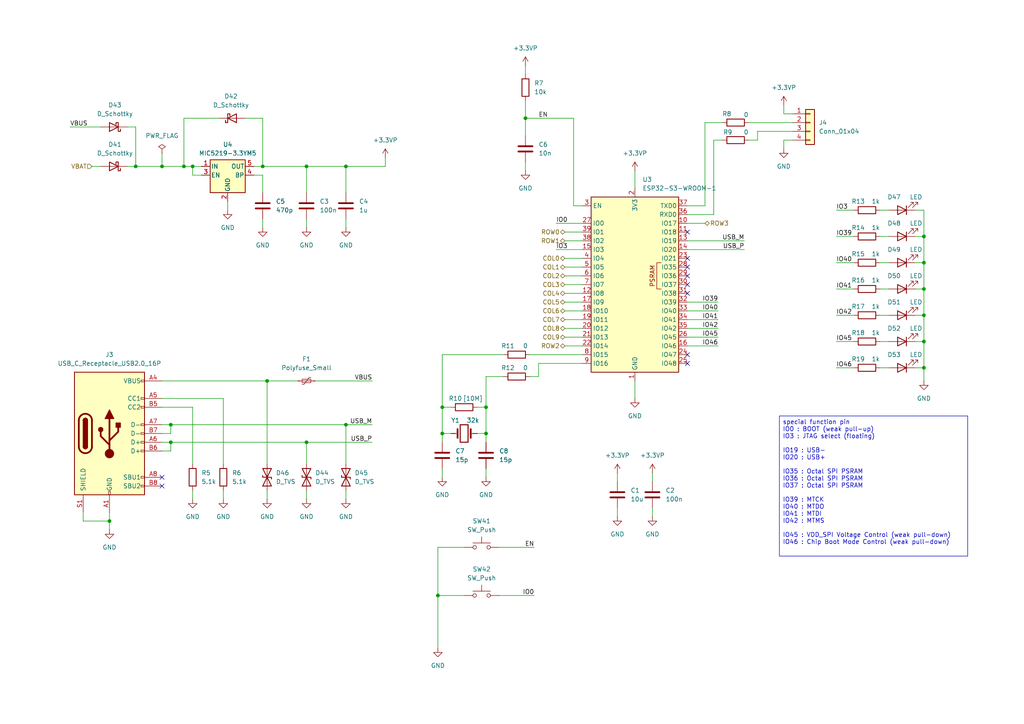
<source format=kicad_sch>
(kicad_sch (version 20250114) (generator "eeschema") (generator_version "9.0")
  (paper "A4")
  (lib_symbols
    (symbol "Connector:USB_C_Receptacle_USB2.0_16P" (pin_names (offset 1.016))
      (property "Reference" "J" (at 0 22.225 0))
      (property "Value" "USB_C_Receptacle_USB2.0_16P" (at 0 19.685 0))
      (symbol "USB_C_Receptacle_USB2.0_16P_0_0"
        (rectangle (start -0.254 -17.78) (end 0.254 -16.764))
        (rectangle (start 10.16 15.494) (end 9.144 14.986))
        (rectangle (start 10.16 10.414) (end 9.144 9.906))
        (rectangle (start 10.16 7.874) (end 9.144 7.366))
        (rectangle (start 10.16 2.794) (end 9.144 2.286))
        (rectangle (start 10.16 0.254) (end 9.144 -0.254))
        (rectangle (start 10.16 -2.286) (end 9.144 -2.794))
        (rectangle (start 10.16 -4.826) (end 9.144 -5.334))
        (rectangle (start 10.16 -12.446) (end 9.144 -12.954))
        (rectangle (start 10.16 -14.986) (end 9.144 -15.494))
      )
      (symbol "USB_C_Receptacle_USB2.0_16P_0_1"
        (rectangle (start -10.16 17.78) (end 10.16 -17.78) (stroke (width 0.254)) (fill (type background)))
        (polyline (pts (xy -8.89 -3.81) (xy -8.89 3.81)) (stroke (width 0.508)))
        (rectangle (start -7.62 -3.81) (end -6.35 3.81) (stroke (width 0.254)) (fill (type outline)))
        (arc (start -7.62 3.81) (mid -6.985 4.4423) (end -6.35 3.81) (stroke (width 0.254)))
        (arc (start -7.62 3.81) (mid -6.985 4.4423) (end -6.35 3.81) (stroke (width 0.254)) (fill (type outline)))
        (arc (start -8.89 3.81) (mid -6.985 5.7067) (end -5.08 3.81) (stroke (width 0.508)))
        (arc (start -5.08 -3.81) (mid -6.985 -5.7067) (end -8.89 -3.81) (stroke (width 0.508)))
        (arc (start -6.35 -3.81) (mid -6.985 -4.4423) (end -7.62 -3.81) (stroke (width 0.254)))
        (arc (start -6.35 -3.81) (mid -6.985 -4.4423) (end -7.62 -3.81) (stroke (width 0.254)) (fill (type outline)))
        (polyline (pts (xy -5.08 3.81) (xy -5.08 -3.81)) (stroke (width 0.508)))
        (circle (center -2.54 1.143) (radius 0.635) (stroke (width 0.254)) (fill (type outline)))
        (polyline (pts (xy -1.27 4.318) (xy 0 6.858) (xy 1.27 4.318) (xy -1.27 4.318)) (stroke (width 0.254)) (fill (type outline)))
        (polyline (pts (xy 0 -2.032) (xy 2.54 0.508) (xy 2.54 1.778)) (stroke (width 0.508)))
        (polyline (pts (xy 0 -3.302) (xy -2.54 -0.762) (xy -2.54 0.508)) (stroke (width 0.508)))
        (polyline (pts (xy 0 -5.842) (xy 0 4.318)) (stroke (width 0.508)))
        (circle (center 0 -5.842) (radius 1.27) (fill (type outline)))
        (rectangle (start 1.905 1.778) (end 3.175 3.048) (stroke (width 0.254)) (fill (type outline)))
      )
      (symbol "USB_C_Receptacle_USB2.0_16P_1_1"
        (pin passive line (at -7.62 -22.86 90) (length 5.08) (name "SHIELD") (number "S1"))
        (pin passive line (at 0 -22.86 90) (length 5.08) (name "GND") (number "A1"))
        (pin passive line (at 0 -22.86 90) (length 5.08) (hide yes) (name "GND") (number "A12"))
        (pin passive line (at 0 -22.86 90) (length 5.08) (hide yes) (name "GND") (number "B1"))
        (pin passive line (at 0 -22.86 90) (length 5.08) (hide yes) (name "GND") (number "B12"))
        (pin passive line (at 15.24 15.24 180) (length 5.08) (name "VBUS") (number "A4"))
        (pin passive line (at 15.24 15.24 180) (length 5.08) (hide yes) (name "VBUS") (number "A9"))
        (pin passive line (at 15.24 15.24 180) (length 5.08) (hide yes) (name "VBUS") (number "B4"))
        (pin passive line (at 15.24 15.24 180) (length 5.08) (hide yes) (name "VBUS") (number "B9"))
        (pin bidirectional line (at 15.24 10.16 180) (length 5.08) (name "CC1") (number "A5"))
        (pin bidirectional line (at 15.24 7.62 180) (length 5.08) (name "CC2") (number "B5"))
        (pin bidirectional line (at 15.24 2.54 180) (length 5.08) (name "D-") (number "A7"))
        (pin bidirectional line (at 15.24 0 180) (length 5.08) (name "D-") (number "B7"))
        (pin bidirectional line (at 15.24 -2.54 180) (length 5.08) (name "D+") (number "A6"))
        (pin bidirectional line (at 15.24 -5.08 180) (length 5.08) (name "D+") (number "B6"))
        (pin bidirectional line (at 15.24 -12.7 180) (length 5.08) (name "SBU1") (number "A8"))
        (pin bidirectional line (at 15.24 -15.24 180) (length 5.08) (name "SBU2") (number "B8"))
      )
    )
    (symbol "Connector_Generic:Conn_01x04" (pin_names (offset 1.016) (hide yes))
      (property "Reference" "J" (at 0 5.08 0))
      (property "Value" "Conn_01x04" (at 0 -7.62 0))
      (symbol "Conn_01x04_1_1"
        (rectangle (start -1.27 3.81) (end 1.27 -6.35) (stroke (width 0.254)) (fill (type background)))
        (rectangle (start -1.27 2.667) (end 0 2.413) (stroke (width 0.1524)))
        (rectangle (start -1.27 0.127) (end 0 -0.127) (stroke (width 0.1524)))
        (rectangle (start -1.27 -2.413) (end 0 -2.667) (stroke (width 0.1524)))
        (rectangle (start -1.27 -4.953) (end 0 -5.207) (stroke (width 0.1524)))
        (pin passive line (at -5.08 2.54 0) (length 3.81) (name "Pin_1") (number "1"))
        (pin passive line (at -5.08 0 0) (length 3.81) (name "Pin_2") (number "2"))
        (pin passive line (at -5.08 -2.54 0) (length 3.81) (name "Pin_3") (number "3"))
        (pin passive line (at -5.08 -5.08 0) (length 3.81) (name "Pin_4") (number "4"))
      )
    )
    (symbol "Device:C" (pin_numbers (hide yes)) (pin_names (offset 0.254))
      (property "Reference" "C" (at 0.635 2.54 0))
      (property "Value" "C" (at 0.635 -2.54 0))
      (symbol "C_0_1"
        (polyline (pts (xy -2.032 0.762) (xy 2.032 0.762)) (stroke (width 0.508)))
        (polyline (pts (xy -2.032 -0.762) (xy 2.032 -0.762)) (stroke (width 0.508)))
      )
      (symbol "C_1_1"
        (pin passive line (at 0 3.81 270) (length 2.794) (name "~") (number "1"))
        (pin passive line (at 0 -3.81 90) (length 2.794) (name "~") (number "2"))
      )
    )
    (symbol "Device:Crystal" (pin_numbers (hide yes)) (pin_names (offset 1.016) (hide yes))
      (property "Reference" "Y" (at 0 3.81 0))
      (property "Value" "Crystal" (at 0 -3.81 0))
      (symbol "Crystal_0_1"
        (polyline (pts (xy -2.54 0) (xy -1.905 0)))
        (polyline (pts (xy -1.905 -1.27) (xy -1.905 1.27)) (stroke (width 0.508)))
        (rectangle (start -1.143 2.54) (end 1.143 -2.54) (stroke (width 0.3048)))
        (polyline (pts (xy 1.905 -1.27) (xy 1.905 1.27)) (stroke (width 0.508)))
        (polyline (pts (xy 2.54 0) (xy 1.905 0)))
      )
      (symbol "Crystal_1_1"
        (pin passive line (at -3.81 0 0) (length 1.27) (name "1") (number "1"))
        (pin passive line (at 3.81 0 180) (length 1.27) (name "2") (number "2"))
      )
    )
    (symbol "Device:D_Schottky" (pin_numbers (hide yes)) (pin_names (offset 1.016) (hide yes))
      (property "Reference" "D" (at 0 2.54 0))
      (property "Value" "D_Schottky" (at 0 -2.54 0))
      (symbol "D_Schottky_0_1"
        (polyline (pts (xy -1.905 0.635) (xy -1.905 1.27) (xy -1.27 1.27) (xy -1.27 -1.27) (xy -0.635 -1.27) (xy -0.635 -0.635)) (stroke (width 0.254)))
        (polyline (pts (xy 1.27 1.27) (xy 1.27 -1.27) (xy -1.27 0) (xy 1.27 1.27)) (stroke (width 0.254)))
        (polyline (pts (xy 1.27 0) (xy -1.27 0)))
      )
      (symbol "D_Schottky_1_1"
        (pin passive line (at -3.81 0 0) (length 2.54) (name "K") (number "1"))
        (pin passive line (at 3.81 0 180) (length 2.54) (name "A") (number "2"))
      )
    )
    (symbol "Device:D_TVS" (pin_numbers (hide yes)) (pin_names (offset 1.016) (hide yes))
      (property "Reference" "D" (at 0 2.54 0))
      (property "Value" "D_TVS" (at 0 -2.54 0))
      (symbol "D_TVS_0_1"
        (polyline (pts (xy -2.54 1.27) (xy -2.54 -1.27) (xy 2.54 1.27) (xy 2.54 -1.27) (xy -2.54 1.27)) (stroke (width 0.254)))
        (polyline (pts (xy 0.508 1.27) (xy 0 1.27) (xy 0 -1.27) (xy -0.508 -1.27)) (stroke (width 0.254)))
        (polyline (pts (xy 1.27 0) (xy -1.27 0)))
      )
      (symbol "D_TVS_1_1"
        (pin passive line (at -3.81 0 0) (length 2.54) (name "A1") (number "1"))
        (pin passive line (at 3.81 0 180) (length 2.54) (name "A2") (number "2"))
      )
    )
    (symbol "Device:LED" (pin_numbers (hide yes)) (pin_names (offset 1.016) (hide yes))
      (property "Reference" "D" (at 0 2.54 0))
      (property "Value" "LED" (at 0 -2.54 0))
      (symbol "LED_0_1"
        (polyline (pts (xy -3.048 -0.762) (xy -4.572 -2.286) (xy -3.81 -2.286) (xy -4.572 -2.286) (xy -4.572 -1.524)))
        (polyline (pts (xy -1.778 -0.762) (xy -3.302 -2.286) (xy -2.54 -2.286) (xy -3.302 -2.286) (xy -3.302 -1.524)))
        (polyline (pts (xy -1.27 0) (xy 1.27 0)))
        (polyline (pts (xy -1.27 -1.27) (xy -1.27 1.27)) (stroke (width 0.254)))
        (polyline (pts (xy 1.27 -1.27) (xy 1.27 1.27) (xy -1.27 0) (xy 1.27 -1.27)) (stroke (width 0.254)))
      )
      (symbol "LED_1_1"
        (pin passive line (at -3.81 0 0) (length 2.54) (name "K") (number "1"))
        (pin passive line (at 3.81 0 180) (length 2.54) (name "A") (number "2"))
      )
    )
    (symbol "Device:Polyfuse_Small" (pin_numbers (hide yes)) (pin_names (offset 0))
      (property "Reference" "F" (at -1.905 0 90))
      (property "Value" "Polyfuse_Small" (at 1.905 0 90))
      (symbol "Polyfuse_Small_0_1"
        (polyline (pts (xy -1.016 1.27) (xy -1.016 0.762) (xy 1.016 -0.762) (xy 1.016 -1.27)))
        (rectangle (start -0.508 1.27) (end 0.508 -1.27))
        (polyline (pts (xy 0 2.54) (xy 0 -2.54)))
      )
      (symbol "Polyfuse_Small_1_1"
        (pin passive line (at 0 2.54 270) (length 0.635) (name "~") (number "1"))
        (pin passive line (at 0 -2.54 90) (length 0.635) (name "~") (number "2"))
      )
    )
    (symbol "Device:R" (pin_numbers (hide yes)) (pin_names (offset 0))
      (property "Reference" "R" (at 2.032 0 90))
      (property "Value" "R" (at 0 0 90))
      (symbol "R_0_1"
        (rectangle (start -1.016 -2.54) (end 1.016 2.54) (stroke (width 0.254)))
      )
      (symbol "R_1_1"
        (pin passive line (at 0 3.81 270) (length 1.27) (name "~") (number "1"))
        (pin passive line (at 0 -3.81 90) (length 1.27) (name "~") (number "2"))
      )
    )
    (symbol "RF_Module:ESP32-S3-WROOM-1"
      (property "Reference" "U" (at -12.7 26.67 0))
      (property "Value" "ESP32-S3-WROOM-1" (at 12.7 26.67 0))
      (symbol "ESP32-S3-WROOM-1_0_0"
        (rectangle (start -12.7 25.4) (end 12.7 -25.4) (stroke (width 0.254)) (fill (type background)))
        (text "PSRAM" (at 5.08 2.54 900) (effects (font (size 1.27 1.27))))
      )
      (symbol "ESP32-S3-WROOM-1_0_1"
        (polyline (pts (xy 7.62 -1.27) (xy 6.35 -1.27) (xy 6.35 6.35) (xy 7.62 6.35)))
      )
      (symbol "ESP32-S3-WROOM-1_1_1"
        (pin input line (at -15.24 22.86 0) (length 2.54) (name "EN") (number "3"))
        (pin bidirectional line (at -15.24 17.78 0) (length 2.54) (name "IO0") (number "27"))
        (pin bidirectional line (at -15.24 15.24 0) (length 2.54) (name "IO1") (number "39"))
        (pin bidirectional line (at -15.24 12.7 0) (length 2.54) (name "IO2") (number "38"))
        (pin bidirectional line (at -15.24 10.16 0) (length 2.54) (name "IO3") (number "15"))
        (pin bidirectional line (at -15.24 7.62 0) (length 2.54) (name "IO4") (number "4"))
        (pin bidirectional line (at -15.24 5.08 0) (length 2.54) (name "IO5") (number "5"))
        (pin bidirectional line (at -15.24 2.54 0) (length 2.54) (name "IO6") (number "6"))
        (pin bidirectional line (at -15.24 0 0) (length 2.54) (name "IO7") (number "7"))
        (pin bidirectional line (at -15.24 -2.54 0) (length 2.54) (name "IO8") (number "12"))
        (pin bidirectional line (at -15.24 -5.08 0) (length 2.54) (name "IO9") (number "17"))
        (pin bidirectional line (at -15.24 -7.62 0) (length 2.54) (name "IO10") (number "18"))
        (pin bidirectional line (at -15.24 -10.16 0) (length 2.54) (name "IO11") (number "19"))
        (pin bidirectional line (at -15.24 -12.7 0) (length 2.54) (name "IO12") (number "20"))
        (pin bidirectional line (at -15.24 -15.24 0) (length 2.54) (name "IO13") (number "21"))
        (pin bidirectional line (at -15.24 -17.78 0) (length 2.54) (name "IO14") (number "22"))
        (pin bidirectional line (at -15.24 -20.32 0) (length 2.54) (name "IO15") (number "8"))
        (pin bidirectional line (at -15.24 -22.86 0) (length 2.54) (name "IO16") (number "9"))
        (pin power_in line (at 0 27.94 270) (length 2.54) (name "3V3") (number "2"))
        (pin power_in line (at 0 -27.94 90) (length 2.54) (name "GND") (number "1"))
        (pin passive line (at 0 -27.94 90) (length 2.54) (hide yes) (name "GND") (number "40"))
        (pin passive line (at 0 -27.94 90) (length 2.54) (hide yes) (name "GND") (number "41"))
        (pin bidirectional line (at 15.24 22.86 180) (length 2.54) (name "TXD0") (number "37"))
        (pin bidirectional line (at 15.24 20.32 180) (length 2.54) (name "RXD0") (number "36"))
        (pin bidirectional line (at 15.24 17.78 180) (length 2.54) (name "IO17") (number "10"))
        (pin bidirectional line (at 15.24 15.24 180) (length 2.54) (name "IO18") (number "11"))
        (pin bidirectional line (at 15.24 12.7 180) (length 2.54) (name "IO19") (number "13"))
        (pin bidirectional line (at 15.24 10.16 180) (length 2.54) (name "IO20") (number "14"))
        (pin bidirectional line (at 15.24 7.62 180) (length 2.54) (name "IO21") (number "23"))
        (pin bidirectional line (at 15.24 5.08 180) (length 2.54) (name "IO35") (number "28"))
        (pin bidirectional line (at 15.24 2.54 180) (length 2.54) (name "IO36") (number "29"))
        (pin bidirectional line (at 15.24 0 180) (length 2.54) (name "IO37") (number "30"))
        (pin bidirectional line (at 15.24 -2.54 180) (length 2.54) (name "IO38") (number "31"))
        (pin bidirectional line (at 15.24 -5.08 180) (length 2.54) (name "IO39") (number "32"))
        (pin bidirectional line (at 15.24 -7.62 180) (length 2.54) (name "IO40") (number "33"))
        (pin bidirectional line (at 15.24 -10.16 180) (length 2.54) (name "IO41") (number "34"))
        (pin bidirectional line (at 15.24 -12.7 180) (length 2.54) (name "IO42") (number "35"))
        (pin bidirectional line (at 15.24 -15.24 180) (length 2.54) (name "IO45") (number "26"))
        (pin bidirectional line (at 15.24 -17.78 180) (length 2.54) (name "IO46") (number "16"))
        (pin bidirectional line (at 15.24 -20.32 180) (length 2.54) (name "IO47") (number "24"))
        (pin bidirectional line (at 15.24 -22.86 180) (length 2.54) (name "IO48") (number "25"))
      )
    )
    (symbol "Regulator_Linear:MIC5219-3.3YM5" (pin_names (offset 0.254))
      (property "Reference" "U" (at -3.81 5.715 0))
      (property "Value" "MIC5219-3.3YM5" (at 0 5.715 0))
      (symbol "MIC5219-3.3YM5_0_1"
        (rectangle (start -5.08 4.445) (end 5.08 -5.08) (stroke (width 0.254)) (fill (type background)))
      )
      (symbol "MIC5219-3.3YM5_1_1"
        (pin power_in line (at -7.62 2.54 0) (length 2.54) (name "IN") (number "1"))
        (pin input line (at -7.62 0 0) (length 2.54) (name "EN") (number "3"))
        (pin power_in line (at 0 -7.62 90) (length 2.54) (name "GND") (number "2"))
        (pin power_out line (at 7.62 2.54 180) (length 2.54) (name "OUT") (number "5"))
        (pin input line (at 7.62 0 180) (length 2.54) (name "BP") (number "4"))
      )
    )
    (symbol "Switch:SW_Push" (pin_numbers (hide yes)) (pin_names (offset 1.016) (hide yes))
      (property "Reference" "SW" (at 1.27 2.54 0))
      (property "Value" "SW_Push" (at 0 -1.524 0))
      (symbol "SW_Push_0_1"
        (circle (center -2.032 0) (radius 0.508))
        (polyline (pts (xy 0 1.27) (xy 0 3.048)))
        (circle (center 2.032 0) (radius 0.508))
        (polyline (pts (xy 2.54 1.27) (xy -2.54 1.27)))
        (pin passive line (at -5.08 0 0) (length 2.54) (name "1") (number "1"))
        (pin passive line (at 5.08 0 180) (length 2.54) (name "2") (number "2"))
      )
    )
    (symbol "power:+3.3VP" (power) (pin_numbers (hide yes)) (pin_names (offset 0) (hide yes))
      (property "Value" "+3.3VP" (at 0 3.556 0))
      (symbol "+3.3VP_0_0"
        (pin power_in line (at 0 0 90) (length 0) (name "~") (number "1"))
      )
      (symbol "+3.3VP_0_1"
        (polyline (pts (xy -0.762 1.27) (xy 0 2.54)))
        (polyline (pts (xy 0 2.54) (xy 0.762 1.27)))
        (polyline (pts (xy 0 0) (xy 0 2.54)))
      )
    )
    (symbol "power:GND" (power) (pin_numbers (hide yes)) (pin_names (offset 0) (hide yes))
      (property "Value" "GND" (at 0 -3.81 0))
      (symbol "GND_0_1"
        (polyline (pts (xy 0 0) (xy 0 -1.27) (xy 1.27 -1.27) (xy 0 -2.54) (xy -1.27 -1.27) (xy 0 -1.27)))
      )
      (symbol "GND_1_1"
        (pin power_in line (at 0 0 270) (length 0) (name "~") (number "1"))
      )
    )
    (symbol "power:PWR_FLAG" (power) (pin_numbers (hide yes)) (pin_names (offset 0) (hide yes))
      (property "Value" "PWR_FLAG" (at 0 3.81 0))
      (symbol "PWR_FLAG_0_0"
        (pin power_out line (at 0 0 90) (length 0) (name "~") (number "1"))
      )
      (symbol "PWR_FLAG_0_1"
        (polyline (pts (xy 0 0) (xy 0 1.27) (xy -1.016 1.905) (xy 0 2.54) (xy 1.016 1.905) (xy 0 1.27)))
      )
    )
  )
  (text_box "special function pin\nIO0 : BOOT (weak pull-up)\nIO3 : JTAG select (floating)\n\nIO19 : USB-\nIO20 : USB+\n\nIO35 : Octal SPI PSRAM\nIO36 : Octal SPI PSRAM\nIO37 : Octal SPI PSRAM\n\nIO39 : MTCK\nIO40 : MTDO\nIO41 : MTDI\nIO42 : MTMS\n\nIO45 : VDD_SPI Voltage Control (weak pull-down)\nIO46 : Chip Boot Mode Control (weak pull-down)" (at 226.06 120.65 0) (size 54.61 40.64) (margins 0.9525 0.9525 0.9525 0.9525) (effects (font (size 1.27 1.27)) (justify left top)))
  (junction (at 53.34 48.26))
  (junction (at 267.97 106.68))
  (junction (at 76.2 48.26))
  (junction (at 128.27 118.11))
  (junction (at 140.97 125.73))
  (junction (at 140.97 118.11))
  (junction (at 100.33 123.19))
  (junction (at 88.9 48.26))
  (junction (at 127 172.72))
  (junction (at 49.53 123.19))
  (junction (at 267.97 91.44))
  (junction (at 267.97 76.2))
  (junction (at 152.4 34.29))
  (junction (at 88.9 128.27))
  (junction (at 39.37 48.26))
  (junction (at 49.53 128.27))
  (junction (at 100.33 48.26))
  (junction (at 128.27 125.73))
  (junction (at 46.99 48.26))
  (junction (at 267.97 83.82))
  (junction (at 77.47 110.49))
  (junction (at 31.75 151.13))
  (junction (at 55.88 48.26))
  (junction (at 267.97 99.06))
  (junction (at 267.97 68.58))
  (no_connect (at 46.99 140.97))
  (no_connect (at 199.39 67.31))
  (no_connect (at 199.39 77.47))
  (no_connect (at 199.39 82.55))
  (no_connect (at 199.39 85.09))
  (no_connect (at 199.39 74.93))
  (no_connect (at 199.39 102.87))
  (no_connect (at 199.39 80.01))
  (no_connect (at 199.39 105.41))
  (no_connect (at 46.99 138.43))
  (wire (pts (xy 156.21 109.22) (xy 156.21 105.41)))
  (wire (pts (xy 217.17 35.56) (xy 229.87 35.56)))
  (wire (pts (xy 49.53 123.19) (xy 49.53 125.73)))
  (wire (pts (xy 207.01 62.23) (xy 207.01 40.64)))
  (wire (pts (xy 163.83 67.31) (xy 168.91 67.31)))
  (wire (pts (xy 152.4 34.29) (xy 152.4 39.37)))
  (wire (pts (xy 76.2 63.5) (xy 76.2 66.04)))
  (wire (pts (xy 255.27 106.68) (xy 257.81 106.68)))
  (wire (pts (xy 88.9 128.27) (xy 88.9 134.62)))
  (wire (pts (xy 49.53 128.27) (xy 49.53 130.81)))
  (wire (pts (xy 242.57 99.06) (xy 247.65 99.06)))
  (wire (pts (xy 163.83 69.85) (xy 168.91 69.85)))
  (wire (pts (xy 77.47 110.49) (xy 86.36 110.49)))
  (wire (pts (xy 36.83 36.83) (xy 39.37 36.83)))
  (wire (pts (xy 156.21 105.41) (xy 168.91 105.41)))
  (wire (pts (xy 76.2 48.26) (xy 88.9 48.26)))
  (wire (pts (xy 46.99 110.49) (xy 77.47 110.49)))
  (wire (pts (xy 227.33 40.64) (xy 227.33 43.18)))
  (wire (pts (xy 128.27 118.11) (xy 130.81 118.11)))
  (wire (pts (xy 53.34 34.29) (xy 53.34 48.26)))
  (wire (pts (xy 153.67 102.87) (xy 168.91 102.87)))
  (wire (pts (xy 199.39 97.79) (xy 208.28 97.79)))
  (wire (pts (xy 217.17 40.64) (xy 219.71 40.64)))
  (wire (pts (xy 100.33 63.5) (xy 100.33 66.04)))
  (wire (pts (xy 128.27 128.27) (xy 128.27 125.73)))
  (wire (pts (xy 46.99 44.45) (xy 46.99 48.26)))
  (wire (pts (xy 163.83 97.79) (xy 168.91 97.79)))
  (wire (pts (xy 199.39 59.69) (xy 204.47 59.69)))
  (wire (pts (xy 199.39 87.63) (xy 208.28 87.63)))
  (wire (pts (xy 161.29 64.77) (xy 168.91 64.77)))
  (wire (pts (xy 199.39 95.25) (xy 208.28 95.25)))
  (wire (pts (xy 66.04 58.42) (xy 66.04 60.96)))
  (wire (pts (xy 242.57 83.82) (xy 247.65 83.82)))
  (wire (pts (xy 24.13 151.13) (xy 31.75 151.13)))
  (wire (pts (xy 71.12 34.29) (xy 76.2 34.29)))
  (wire (pts (xy 46.99 118.11) (xy 55.88 118.11)))
  (wire (pts (xy 128.27 125.73) (xy 128.27 118.11)))
  (wire (pts (xy 140.97 109.22) (xy 146.05 109.22)))
  (wire (pts (xy 76.2 50.8) (xy 76.2 55.88)))
  (wire (pts (xy 207.01 40.64) (xy 209.55 40.64)))
  (wire (pts (xy 46.99 128.27) (xy 49.53 128.27)))
  (wire (pts (xy 128.27 135.89) (xy 128.27 138.43)))
  (wire (pts (xy 265.43 106.68) (xy 267.97 106.68)))
  (wire (pts (xy 255.27 99.06) (xy 257.81 99.06)))
  (wire (pts (xy 53.34 48.26) (xy 55.88 48.26)))
  (wire (pts (xy 39.37 36.83) (xy 39.37 48.26)))
  (wire (pts (xy 39.37 48.26) (xy 46.99 48.26)))
  (wire (pts (xy 265.43 60.96) (xy 267.97 60.96)))
  (wire (pts (xy 31.75 151.13) (xy 31.75 153.67)))
  (wire (pts (xy 49.53 128.27) (xy 88.9 128.27)))
  (wire (pts (xy 55.88 48.26) (xy 58.42 48.26)))
  (wire (pts (xy 46.99 125.73) (xy 49.53 125.73)))
  (wire (pts (xy 58.42 50.8) (xy 55.88 50.8)))
  (wire (pts (xy 227.33 30.48) (xy 227.33 33.02)))
  (wire (pts (xy 127 172.72) (xy 134.62 172.72)))
  (wire (pts (xy 163.83 82.55) (xy 168.91 82.55)))
  (wire (pts (xy 111.76 45.72) (xy 111.76 48.26)))
  (wire (pts (xy 163.83 92.71) (xy 168.91 92.71)))
  (wire (pts (xy 128.27 118.11) (xy 128.27 102.87)))
  (wire (pts (xy 189.23 137.16) (xy 189.23 139.7)))
  (wire (pts (xy 100.33 123.19) (xy 107.95 123.19)))
  (wire (pts (xy 255.27 68.58) (xy 257.81 68.58)))
  (wire (pts (xy 63.5 34.29) (xy 53.34 34.29)))
  (wire (pts (xy 152.4 19.05) (xy 152.4 21.59)))
  (wire (pts (xy 168.91 59.69) (xy 166.37 59.69)))
  (wire (pts (xy 100.33 48.26) (xy 111.76 48.26)))
  (wire (pts (xy 163.83 74.93) (xy 168.91 74.93)))
  (wire (pts (xy 140.97 118.11) (xy 140.97 109.22)))
  (wire (pts (xy 88.9 48.26) (xy 100.33 48.26)))
  (wire (pts (xy 267.97 76.2) (xy 267.97 83.82)))
  (wire (pts (xy 76.2 34.29) (xy 76.2 48.26)))
  (wire (pts (xy 138.43 118.11) (xy 140.97 118.11)))
  (wire (pts (xy 140.97 125.73) (xy 140.97 118.11)))
  (wire (pts (xy 152.4 46.99) (xy 152.4 49.53)))
  (wire (pts (xy 163.83 90.17) (xy 168.91 90.17)))
  (wire (pts (xy 55.88 142.24) (xy 55.88 144.78)))
  (wire (pts (xy 77.47 110.49) (xy 77.47 134.62)))
  (wire (pts (xy 219.71 38.1) (xy 229.87 38.1)))
  (wire (pts (xy 163.83 77.47) (xy 168.91 77.47)))
  (wire (pts (xy 166.37 34.29) (xy 166.37 59.69)))
  (wire (pts (xy 199.39 69.85) (xy 215.9 69.85)))
  (wire (pts (xy 265.43 83.82) (xy 267.97 83.82)))
  (wire (pts (xy 179.07 147.32) (xy 179.07 149.86)))
  (wire (pts (xy 242.57 68.58) (xy 247.65 68.58)))
  (wire (pts (xy 163.83 80.01) (xy 168.91 80.01)))
  (wire (pts (xy 88.9 63.5) (xy 88.9 66.04)))
  (wire (pts (xy 140.97 135.89) (xy 140.97 138.43)))
  (wire (pts (xy 163.83 85.09) (xy 168.91 85.09)))
  (wire (pts (xy 144.78 172.72) (xy 154.94 172.72)))
  (wire (pts (xy 55.88 48.26) (xy 55.88 50.8)))
  (wire (pts (xy 46.99 123.19) (xy 49.53 123.19)))
  (wire (pts (xy 267.97 60.96) (xy 267.97 68.58)))
  (wire (pts (xy 204.47 35.56) (xy 209.55 35.56)))
  (wire (pts (xy 100.33 48.26) (xy 100.33 55.88)))
  (wire (pts (xy 265.43 99.06) (xy 267.97 99.06)))
  (wire (pts (xy 88.9 142.24) (xy 88.9 144.78)))
  (wire (pts (xy 267.97 99.06) (xy 267.97 106.68)))
  (wire (pts (xy 140.97 125.73) (xy 140.97 128.27)))
  (wire (pts (xy 88.9 48.26) (xy 88.9 55.88)))
  (wire (pts (xy 24.13 148.59) (xy 24.13 151.13)))
  (wire (pts (xy 73.66 48.26) (xy 76.2 48.26)))
  (wire (pts (xy 267.97 106.68) (xy 267.97 110.49)))
  (wire (pts (xy 77.47 142.24) (xy 77.47 144.78)))
  (wire (pts (xy 128.27 125.73) (xy 130.81 125.73)))
  (wire (pts (xy 127 172.72) (xy 127 187.96)))
  (wire (pts (xy 127 158.75) (xy 127 172.72)))
  (wire (pts (xy 199.39 92.71) (xy 208.28 92.71)))
  (wire (pts (xy 36.83 48.26) (xy 39.37 48.26)))
  (wire (pts (xy 20.32 36.83) (xy 29.21 36.83)))
  (wire (pts (xy 199.39 64.77) (xy 204.47 64.77)))
  (wire (pts (xy 152.4 34.29) (xy 166.37 34.29)))
  (wire (pts (xy 163.83 87.63) (xy 168.91 87.63)))
  (wire (pts (xy 179.07 137.16) (xy 179.07 139.7)))
  (wire (pts (xy 255.27 76.2) (xy 257.81 76.2)))
  (wire (pts (xy 88.9 128.27) (xy 107.95 128.27)))
  (wire (pts (xy 189.23 147.32) (xy 189.23 149.86)))
  (wire (pts (xy 152.4 29.21) (xy 152.4 34.29)))
  (wire (pts (xy 265.43 76.2) (xy 267.97 76.2)))
  (wire (pts (xy 163.83 95.25) (xy 168.91 95.25)))
  (wire (pts (xy 265.43 68.58) (xy 267.97 68.58)))
  (wire (pts (xy 153.67 109.22) (xy 156.21 109.22)))
  (wire (pts (xy 138.43 125.73) (xy 140.97 125.73)))
  (wire (pts (xy 227.33 33.02) (xy 229.87 33.02)))
  (wire (pts (xy 46.99 115.57) (xy 64.77 115.57)))
  (wire (pts (xy 64.77 115.57) (xy 64.77 134.62)))
  (wire (pts (xy 100.33 123.19) (xy 100.33 134.62)))
  (wire (pts (xy 26.67 48.26) (xy 29.21 48.26)))
  (wire (pts (xy 128.27 102.87) (xy 146.05 102.87)))
  (wire (pts (xy 219.71 40.64) (xy 219.71 38.1)))
  (wire (pts (xy 100.33 142.24) (xy 100.33 144.78)))
  (wire (pts (xy 267.97 83.82) (xy 267.97 91.44)))
  (wire (pts (xy 31.75 148.59) (xy 31.75 151.13)))
  (wire (pts (xy 184.15 110.49) (xy 184.15 115.57)))
  (wire (pts (xy 64.77 142.24) (xy 64.77 144.78)))
  (wire (pts (xy 199.39 62.23) (xy 207.01 62.23)))
  (wire (pts (xy 49.53 123.19) (xy 100.33 123.19)))
  (wire (pts (xy 161.29 72.39) (xy 168.91 72.39)))
  (wire (pts (xy 267.97 91.44) (xy 267.97 99.06)))
  (wire (pts (xy 55.88 118.11) (xy 55.88 134.62)))
  (wire (pts (xy 46.99 48.26) (xy 53.34 48.26)))
  (wire (pts (xy 199.39 72.39) (xy 215.9 72.39)))
  (wire (pts (xy 199.39 100.33) (xy 208.28 100.33)))
  (wire (pts (xy 229.87 40.64) (xy 227.33 40.64)))
  (wire (pts (xy 46.99 130.81) (xy 49.53 130.81)))
  (wire (pts (xy 184.15 49.53) (xy 184.15 54.61)))
  (wire (pts (xy 242.57 76.2) (xy 247.65 76.2)))
  (wire (pts (xy 267.97 68.58) (xy 267.97 76.2)))
  (wire (pts (xy 255.27 83.82) (xy 257.81 83.82)))
  (wire (pts (xy 242.57 60.96) (xy 247.65 60.96)))
  (wire (pts (xy 163.83 100.33) (xy 168.91 100.33)))
  (wire (pts (xy 265.43 91.44) (xy 267.97 91.44)))
  (wire (pts (xy 255.27 91.44) (xy 257.81 91.44)))
  (wire (pts (xy 91.44 110.49) (xy 107.95 110.49)))
  (wire (pts (xy 255.27 60.96) (xy 257.81 60.96)))
  (wire (pts (xy 242.57 106.68) (xy 247.65 106.68)))
  (wire (pts (xy 204.47 59.69) (xy 204.47 35.56)))
  (wire (pts (xy 199.39 90.17) (xy 208.28 90.17)))
  (wire (pts (xy 127 158.75) (xy 134.62 158.75)))
  (wire (pts (xy 73.66 50.8) (xy 76.2 50.8)))
  (wire (pts (xy 242.57 91.44) (xy 247.65 91.44)))
  (wire (pts (xy 144.78 158.75) (xy 154.94 158.75)))
  (label "EN" (at 154.94 158.75 180))
  (label "IO42" (at 242.57 91.44 0))
  (label "USB_P" (at 215.9 72.39 180))
  (label "VBUS" (at 107.95 110.49 180))
  (label "IO46" (at 208.28 100.33 180))
  (label "USB_M" (at 215.9 69.85 180))
  (label "IO42" (at 208.28 95.25 180))
  (label "IO39" (at 208.28 87.63 180))
  (label "IO46" (at 242.57 106.68 0))
  (label "EN" (at 156.21 34.29 0))
  (label "IO3" (at 161.29 72.39 0))
  (label "IO45" (at 208.28 97.79 180))
  (label "USB_P" (at 107.95 128.27 180))
  (label "VBUS" (at 20.32 36.83 0))
  (label "USB_M" (at 107.95 123.19 180))
  (label "IO45" (at 242.57 99.06 0))
  (label "IO40" (at 242.57 76.2 0))
  (label "IO39" (at 242.57 68.58 0))
  (label "IO41" (at 242.57 83.82 0))
  (label "IO40" (at 208.28 90.17 180))
  (label "IO3" (at 242.57 60.96 0))
  (label "IO41" (at 208.28 92.71 180))
  (label "IO0" (at 161.29 64.77 0))
  (label "IO0" (at 154.94 172.72 180))
  (hierarchical_label "COL8" (shape bidirectional) (at 163.83 95.25 180))
  (hierarchical_label "VBAT" (shape input) (at 26.67 48.26 180))
  (hierarchical_label "COL2" (shape bidirectional) (at 163.83 80.01 180))
  (hierarchical_label "COL3" (shape bidirectional) (at 163.83 82.55 180))
  (hierarchical_label "COL4" (shape bidirectional) (at 163.83 85.09 180))
  (hierarchical_label "ROW2" (shape bidirectional) (at 163.83 100.33 180))
  (hierarchical_label "ROW1" (shape bidirectional) (at 163.83 69.85 180))
  (hierarchical_label "COL0" (shape bidirectional) (at 163.83 74.93 180))
  (hierarchical_label "COL6" (shape bidirectional) (at 163.83 90.17 180))
  (hierarchical_label "ROW3" (shape bidirectional) (at 204.47 64.77 0))
  (hierarchical_label "COL5" (shape bidirectional) (at 163.83 87.63 180))
  (hierarchical_label "COL7" (shape bidirectional) (at 163.83 92.71 180))
  (hierarchical_label "ROW0" (shape bidirectional) (at 163.83 67.31 180))
  (hierarchical_label "COL1" (shape bidirectional) (at 163.83 77.47 180))
  (hierarchical_label "COL9" (shape bidirectional) (at 163.83 97.79 180))
  (symbol (lib_id "Device:R") (at 251.46 106.68 90) (unit 1)
    (property "Reference" "R19" (at 248.92 104.14 90))
    (property "Value" "1k" (at 254 104.14 90))
    (property "Footprint" "Resistor_SMD:R_0603_1608Metric" (effects (hide yes)))
    (property "Description" "Resistor" (effects (hide yes)))
  )
  (symbol (lib_id "Connector:USB_C_Receptacle_USB2.0_16P") (at 31.75 125.73 0) (unit 1)
    (property "Reference" "J3" (at 31.75 102.87 0))
    (property "Value" "USB_C_Receptacle_USB2.0_16P" (at 31.75 105.41 0))
    (property "Footprint" "Connector_USB:USB_C_Receptacle_XKB_U262-16XN-4BVC11" (effects (hide yes)))
    (property "Datasheet" "https://www.usb.org/sites/default/files/documents/usb_type-c.zip" (effects (hide yes)))
    (property "Description" "USB 2.0-only 16P Type-C Receptacle connector" (effects (hide yes)))
  )
  (symbol (lib_id "power:GND") (at 184.15 115.57 0) (unit 1)
    (property "Reference" "#PWR014" (effects (hide yes)))
    (property "Value" "GND" (at 184.15 120.65 0))
    (property "Description" "Power symbol creates a global label with name \"GND\" , ground" (effects (hide yes)))
  )
  (symbol (lib_id "power:GND") (at 227.33 43.18 0) (unit 1)
    (property "Reference" "#PWR034" (effects (hide yes)))
    (property "Value" "GND" (at 227.33 48.26 0))
    (property "Description" "Power symbol creates a global label with name \"GND\" , ground" (effects (hide yes)))
  )
  (symbol (lib_id "Device:R") (at 213.36 35.56 90) (unit 1)
    (property "Reference" "R8" (at 210.82 33.02 90))
    (property "Value" "0" (at 216.408 33.274 90))
    (property "Footprint" "Resistor_SMD:R_0603_1608Metric" (effects (hide yes)))
    (property "Description" "Resistor" (effects (hide yes)))
  )
  (symbol (lib_id "power:GND") (at 66.04 60.96 0) (unit 1)
    (property "Reference" "#PWR020" (effects (hide yes)))
    (property "Value" "GND" (at 66.04 66.04 0))
    (property "Description" "Power symbol creates a global label with name \"GND\" , ground" (effects (hide yes)))
  )
  (symbol (lib_id "power:+3.3VP") (at 189.23 137.16 0) (unit 1)
    (property "Reference" "#PWR019" (effects (hide yes)))
    (property "Value" "+3.3VP" (at 189.23 132.08 0))
    (property "Description" "Power symbol creates a global label with name \"+3.3VP\"" (effects (hide yes)))
  )
  (symbol (lib_id "power:+3.3VP") (at 184.15 49.53 0) (unit 1)
    (property "Reference" "#PWR015" (effects (hide yes)))
    (property "Value" "+3.3VP" (at 184.15 44.45 0))
    (property "Description" "Power symbol creates a global label with name \"+3.3VP\"" (effects (hide yes)))
  )
  (symbol (lib_id "power:GND") (at 55.88 144.78 0) (unit 1)
    (property "Reference" "#PWR029" (effects (hide yes)))
    (property "Value" "GND" (at 55.88 149.86 0))
    (property "Description" "Power symbol creates a global label with name \"GND\" , ground" (effects (hide yes)))
  )
  (symbol (lib_id "power:+3.3VP") (at 111.76 45.72 0) (unit 1)
    (property "Reference" "#PWR021" (effects (hide yes)))
    (property "Value" "+3.3VP" (at 111.76 40.64 0))
    (property "Description" "Power symbol creates a global label with name \"+3.3VP\"" (effects (hide yes)))
  )
  (symbol (lib_id "power:GND") (at 88.9 144.78 0) (unit 1)
    (property "Reference" "#PWR026" (effects (hide yes)))
    (property "Value" "GND" (at 88.9 149.86 0))
    (property "Description" "Power symbol creates a global label with name \"GND\" , ground" (effects (hide yes)))
  )
  (symbol (lib_id "Device:D_Schottky") (at 67.31 34.29 0) (mirror x) (unit 1)
    (property "Reference" "D42" (at 66.9925 27.94 0))
    (property "Value" "D_Schottky" (at 66.9925 30.48 0))
    (property "Footprint" "Diode_SMD:D_SOD-123" (effects (hide yes)))
    (property "Description" "Schottky diode" (effects (hide yes)))
  )
  (symbol (lib_id "Device:Polyfuse_Small") (at 88.9 110.49 90) (unit 1)
    (property "Reference" "F1" (at 88.9 104.14 90))
    (property "Value" "Polyfuse_Small" (at 88.9 106.68 90))
    (property "Footprint" "Fuse:Fuse_Littelfuse-NANO2-451_453" (effects (hide yes)))
    (property "Description" "Resettable fuse, polymeric positive temperature coefficient, small symbol" (effects (hide yes)))
  )
  (symbol (lib_id "Device:R") (at 251.46 83.82 90) (unit 1)
    (property "Reference" "R16" (at 248.92 81.28 90))
    (property "Value" "1k" (at 254 81.28 90))
    (property "Footprint" "Resistor_SMD:R_0603_1608Metric" (effects (hide yes)))
    (property "Description" "Resistor" (effects (hide yes)))
  )
  (symbol (lib_id "Connector_Generic:Conn_01x04") (at 234.95 35.56 0) (unit 1)
    (property "Reference" "J4" (at 237.49 35.5599 0) (effects (justify left)))
    (property "Value" "Conn_01x04" (at 237.49 38.0999 0) (effects (justify left)))
    (property "Footprint" "Connector_JST:JST_XH_B4B-XH-A_1x04_P2.50mm_Vertical" (effects (hide yes)))
    (property "Description" "Generic connector, single row, 01x04, script generated (kicad-library-utils/schlib/autogen/connector/)" (effects (hide yes)))
  )
  (symbol (lib_id "Device:C") (at 189.23 143.51 0) (unit 1)
    (property "Reference" "C2" (at 193.04 142.2399 0) (effects (justify left)))
    (property "Value" "100n" (at 193.04 144.7799 0) (effects (justify left)))
    (property "Footprint" "Capacitor_SMD:C_0603_1608Metric_Pad1.08x0.95mm_HandSolder" (effects (hide yes)))
    (property "Description" "Unpolarized capacitor" (effects (hide yes)))
  )
  (symbol (lib_id "power:GND") (at 128.27 138.43 0) (unit 1)
    (property "Reference" "#PWR036" (effects (hide yes)))
    (property "Value" "GND" (at 128.27 143.51 0))
    (property "Description" "Power symbol creates a global label with name \"GND\" , ground" (effects (hide yes)))
  )
  (symbol (lib_id "power:GND") (at 31.75 153.67 0) (unit 1)
    (property "Reference" "#PWR025" (effects (hide yes)))
    (property "Value" "GND" (at 31.75 158.75 0))
    (property "Description" "Power symbol creates a global label with name \"GND\" , ground" (effects (hide yes)))
  )
  (symbol (lib_id "power:GND") (at 189.23 149.86 0) (unit 1)
    (property "Reference" "#PWR017" (effects (hide yes)))
    (property "Value" "GND" (at 189.23 154.94 0))
    (property "Description" "Power symbol creates a global label with name \"GND\" , ground" (effects (hide yes)))
  )
  (symbol (lib_id "Device:LED") (at 261.62 60.96 180) (unit 1)
    (property "Reference" "D47" (at 259.334 57.15 0))
    (property "Value" "LED" (at 265.684 57.15 0))
    (property "Footprint" "LED_SMD:LED_0603_1608Metric_Pad1.05x0.95mm_HandSolder" (effects (hide yes)))
    (property "Description" "Light emitting diode" (effects (hide yes)))
  )
  (symbol (lib_id "Switch:SW_Push") (at 139.7 172.72 0) (unit 1)
    (property "Reference" "SW42" (at 139.7 165.1 0))
    (property "Value" "SW_Push" (at 139.7 167.64 0))
    (property "Footprint" "Button_Switch_SMD:SW_Push_SPST_NO_Alps_SKRK" (effects (hide yes)))
    (property "Description" "Push button switch, generic, two pins" (effects (hide yes)))
  )
  (symbol (lib_id "Device:D_TVS") (at 100.33 138.43 90) (unit 1)
    (property "Reference" "D45" (at 102.87 137.1599 90) (effects (justify right)))
    (property "Value" "D_TVS" (at 102.87 139.6999 90) (effects (justify right)))
    (property "Footprint" "Diode_SMD:D_SOD-123" (effects (hide yes)))
    (property "Description" "Bidirectional transient-voltage-suppression diode" (effects (hide yes)))
  )
  (symbol (lib_id "power:+3.3VP") (at 152.4 19.05 0) (unit 1)
    (property "Reference" "#PWR032" (effects (hide yes)))
    (property "Value" "+3.3VP" (at 152.4 13.97 0))
    (property "Description" "Power symbol creates a global label with name \"+3.3VP\"" (effects (hide yes)))
  )
  (symbol (lib_id "Device:C") (at 76.2 59.69 0) (unit 1)
    (property "Reference" "C5" (at 80.01 58.4199 0) (effects (justify left)))
    (property "Value" "470p" (at 80.01 60.9599 0) (effects (justify left)))
    (property "Footprint" "Capacitor_SMD:C_0603_1608Metric_Pad1.08x0.95mm_HandSolder" (effects (hide yes)))
    (property "Description" "Unpolarized capacitor" (effects (hide yes)))
  )
  (symbol (lib_id "Device:C") (at 128.27 132.08 0) (unit 1)
    (property "Reference" "C7" (at 132.08 130.8099 0) (effects (justify left)))
    (property "Value" "15p" (at 132.08 133.3499 0) (effects (justify left)))
    (property "Footprint" "Capacitor_SMD:C_0603_1608Metric_Pad1.08x0.95mm_HandSolder" (effects (hide yes)))
    (property "Description" "Unpolarized capacitor" (effects (hide yes)))
  )
  (symbol (lib_id "power:GND") (at 64.77 144.78 0) (unit 1)
    (property "Reference" "#PWR028" (effects (hide yes)))
    (property "Value" "GND" (at 64.77 149.86 0))
    (property "Description" "Power symbol creates a global label with name \"GND\" , ground" (effects (hide yes)))
  )
  (symbol (lib_id "Device:LED") (at 261.62 91.44 180) (unit 1)
    (property "Reference" "D51" (at 259.334 87.63 0))
    (property "Value" "LED" (at 265.684 87.63 0))
    (property "Footprint" "LED_SMD:LED_0603_1608Metric_Pad1.05x0.95mm_HandSolder" (effects (hide yes)))
    (property "Description" "Light emitting diode" (effects (hide yes)))
  )
  (symbol (lib_id "Device:R") (at 213.36 40.64 90) (unit 1)
    (property "Reference" "R9" (at 211.074 38.354 90))
    (property "Value" "0" (at 216.408 38.354 90))
    (property "Footprint" "Resistor_SMD:R_0603_1608Metric" (effects (hide yes)))
    (property "Description" "Resistor" (effects (hide yes)))
  )
  (symbol (lib_id "power:GND") (at 77.47 144.78 0) (unit 1)
    (property "Reference" "#PWR030" (effects (hide yes)))
    (property "Value" "GND" (at 77.47 149.86 0))
    (property "Description" "Power symbol creates a global label with name \"GND\" , ground" (effects (hide yes)))
  )
  (symbol (lib_id "power:GND") (at 100.33 66.04 0) (unit 1)
    (property "Reference" "#PWR024" (effects (hide yes)))
    (property "Value" "GND" (at 100.33 71.12 0))
    (property "Description" "Power symbol creates a global label with name \"GND\" , ground" (effects (hide yes)))
  )
  (symbol (lib_id "Device:R") (at 251.46 76.2 90) (unit 1)
    (property "Reference" "R15" (at 248.92 73.66 90))
    (property "Value" "1k" (at 254 73.66 90))
    (property "Footprint" "Resistor_SMD:R_0603_1608Metric" (effects (hide yes)))
    (property "Description" "Resistor" (effects (hide yes)))
  )
  (symbol (lib_id "Device:LED") (at 261.62 76.2 180) (unit 1)
    (property "Reference" "D49" (at 259.334 72.39 0))
    (property "Value" "LED" (at 265.684 72.39 0))
    (property "Footprint" "LED_SMD:LED_0603_1608Metric_Pad1.05x0.95mm_HandSolder" (effects (hide yes)))
    (property "Description" "Light emitting diode" (effects (hide yes)))
  )
  (symbol (lib_id "Device:R") (at 251.46 99.06 90) (unit 1)
    (property "Reference" "R18" (at 248.92 96.52 90))
    (property "Value" "1k" (at 254 96.52 90))
    (property "Footprint" "Resistor_SMD:R_0603_1608Metric" (effects (hide yes)))
    (property "Description" "Resistor" (effects (hide yes)))
  )
  (symbol (lib_id "Device:R") (at 251.46 68.58 90) (unit 1)
    (property "Reference" "R14" (at 248.92 66.04 90))
    (property "Value" "1k" (at 254 66.04 90))
    (property "Footprint" "Resistor_SMD:R_0603_1608Metric" (effects (hide yes)))
    (property "Description" "Resistor" (effects (hide yes)))
  )
  (symbol (lib_id "power:GND") (at 179.07 149.86 0) (unit 1)
    (property "Reference" "#PWR016" (effects (hide yes)))
    (property "Value" "GND" (at 179.07 154.94 0))
    (property "Description" "Power symbol creates a global label with name \"GND\" , ground" (effects (hide yes)))
  )
  (symbol (lib_id "Device:C") (at 88.9 59.69 0) (unit 1)
    (property "Reference" "C3" (at 92.71 58.4199 0) (effects (justify left)))
    (property "Value" "100n" (at 92.71 60.9599 0) (effects (justify left)))
    (property "Footprint" "Capacitor_SMD:C_0603_1608Metric_Pad1.08x0.95mm_HandSolder" (effects (hide yes)))
    (property "Description" "Unpolarized capacitor" (effects (hide yes)))
  )
  (symbol (lib_id "Device:R") (at 251.46 60.96 90) (unit 1)
    (property "Reference" "R13" (at 248.92 58.42 90))
    (property "Value" "1k" (at 254 58.42 90))
    (property "Footprint" "Resistor_SMD:R_0603_1608Metric" (effects (hide yes)))
    (property "Description" "Resistor" (effects (hide yes)))
  )
  (symbol (lib_id "power:GND") (at 140.97 138.43 0) (unit 1)
    (property "Reference" "#PWR037" (effects (hide yes)))
    (property "Value" "GND" (at 140.97 143.51 0))
    (property "Description" "Power symbol creates a global label with name \"GND\" , ground" (effects (hide yes)))
  )
  (symbol (lib_id "Device:R") (at 55.88 138.43 0) (unit 1)
    (property "Reference" "R5" (at 58.42 137.1599 0) (effects (justify left)))
    (property "Value" "5.1k" (at 58.42 139.6999 0) (effects (justify left)))
    (property "Footprint" "Resistor_SMD:R_0603_1608Metric" (effects (hide yes)))
    (property "Description" "Resistor" (effects (hide yes)))
  )
  (symbol (lib_id "Device:C") (at 140.97 132.08 0) (unit 1)
    (property "Reference" "C8" (at 144.78 130.8099 0) (effects (justify left)))
    (property "Value" "15p" (at 144.78 133.3499 0) (effects (justify left)))
    (property "Footprint" "Capacitor_SMD:C_0603_1608Metric_Pad1.08x0.95mm_HandSolder" (effects (hide yes)))
    (property "Description" "Unpolarized capacitor" (effects (hide yes)))
  )
  (symbol (lib_id "Device:C") (at 179.07 143.51 0) (unit 1)
    (property "Reference" "C1" (at 182.88 142.2399 0) (effects (justify left)))
    (property "Value" "10u" (at 182.88 144.7799 0) (effects (justify left)))
    (property "Footprint" "Capacitor_SMD:C_0603_1608Metric_Pad1.08x0.95mm_HandSolder" (effects (hide yes)))
    (property "Description" "Unpolarized capacitor" (effects (hide yes)))
  )
  (symbol (lib_id "Device:D_TVS") (at 88.9 138.43 90) (unit 1)
    (property "Reference" "D44" (at 91.44 137.1599 90) (effects (justify right)))
    (property "Value" "D_TVS" (at 91.44 139.6999 90) (effects (justify right)))
    (property "Footprint" "Diode_SMD:D_SOD-123" (effects (hide yes)))
    (property "Description" "Bidirectional transient-voltage-suppression diode" (effects (hide yes)))
  )
  (symbol (lib_id "Device:D_Schottky") (at 33.02 36.83 180) (unit 1)
    (property "Reference" "D43" (at 33.3375 30.48 0))
    (property "Value" "D_Schottky" (at 33.3375 33.02 0))
    (property "Footprint" "Diode_SMD:D_SOD-123" (effects (hide yes)))
    (property "Description" "Schottky diode" (effects (hide yes)))
  )
  (symbol (lib_id "Device:LED") (at 261.62 68.58 180) (unit 1)
    (property "Reference" "D48" (at 259.334 64.77 0))
    (property "Value" "LED" (at 265.684 64.77 0))
    (property "Footprint" "LED_SMD:LED_0603_1608Metric_Pad1.05x0.95mm_HandSolder" (effects (hide yes)))
    (property "Description" "Light emitting diode" (effects (hide yes)))
  )
  (symbol (lib_id "power:GND") (at 127 187.96 0) (unit 1)
    (property "Reference" "#PWR033" (effects (hide yes)))
    (property "Value" "GND" (at 127 193.04 0))
    (property "Description" "Power symbol creates a global label with name \"GND\" , ground" (effects (hide yes)))
  )
  (symbol (lib_id "power:+3.3VP") (at 179.07 137.16 0) (unit 1)
    (property "Reference" "#PWR018" (effects (hide yes)))
    (property "Value" "+3.3VP" (at 179.07 132.08 0))
    (property "Description" "Power symbol creates a global label with name \"+3.3VP\"" (effects (hide yes)))
  )
  (symbol (lib_id "power:PWR_FLAG") (at 46.99 44.45 0) (unit 1)
    (property "Reference" "#FLG04" (effects (hide yes)))
    (property "Value" "PWR_FLAG" (at 46.99 39.37 0))
    (property "Description" "Special symbol for telling ERC where power comes from" (effects (hide yes)))
  )
  (symbol (lib_id "Device:D_TVS") (at 77.47 138.43 90) (unit 1)
    (property "Reference" "D46" (at 80.01 137.1599 90) (effects (justify right)))
    (property "Value" "D_TVS" (at 80.01 139.6999 90) (effects (justify right)))
    (property "Footprint" "Diode_SMD:D_SOD-123" (effects (hide yes)))
    (property "Description" "Bidirectional transient-voltage-suppression diode" (effects (hide yes)))
  )
  (symbol (lib_id "Device:C") (at 152.4 43.18 0) (unit 1)
    (property "Reference" "C6" (at 156.21 41.9099 0) (effects (justify left)))
    (property "Value" "10n" (at 156.21 44.4499 0) (effects (justify left)))
    (property "Footprint" "Capacitor_SMD:C_0603_1608Metric_Pad1.08x0.95mm_HandSolder" (effects (hide yes)))
    (property "Description" "Unpolarized capacitor" (effects (hide yes)))
  )
  (symbol (lib_id "power:GND") (at 88.9 66.04 0) (unit 1)
    (property "Reference" "#PWR023" (effects (hide yes)))
    (property "Value" "GND" (at 88.9 71.12 0))
    (property "Description" "Power symbol creates a global label with name \"GND\" , ground" (effects (hide yes)))
  )
  (symbol (lib_id "Device:D_Schottky") (at 33.02 48.26 180) (unit 1)
    (property "Reference" "D41" (at 33.3375 41.91 0))
    (property "Value" "D_Schottky" (at 33.3375 44.45 0))
    (property "Footprint" "Diode_SMD:D_SOD-123" (effects (hide yes)))
    (property "Description" "Schottky diode" (effects (hide yes)))
  )
  (symbol (lib_id "power:GND") (at 76.2 66.04 0) (unit 1)
    (property "Reference" "#PWR022" (effects (hide yes)))
    (property "Value" "GND" (at 76.2 71.12 0))
    (property "Description" "Power symbol creates a global label with name \"GND\" , ground" (effects (hide yes)))
  )
  (symbol (lib_id "Device:R") (at 134.62 118.11 90) (unit 1)
    (property "Reference" "R10" (at 132.08 115.57 90))
    (property "Value" "[10M]" (at 137.16 115.57 90))
    (property "Footprint" "Resistor_SMD:R_0603_1608Metric" (effects (hide yes)))
    (property "Description" "Resistor" (effects (hide yes)))
  )
  (symbol (lib_id "Device:LED") (at 261.62 99.06 180) (unit 1)
    (property "Reference" "D52" (at 259.334 95.25 0))
    (property "Value" "LED" (at 265.684 95.25 0))
    (property "Footprint" "LED_SMD:LED_0603_1608Metric_Pad1.05x0.95mm_HandSolder" (effects (hide yes)))
    (property "Description" "Light emitting diode" (effects (hide yes)))
  )
  (symbol (lib_id "power:+3.3VP") (at 227.33 30.48 0) (unit 1)
    (property "Reference" "#PWR035" (effects (hide yes)))
    (property "Value" "+3.3VP" (at 227.33 25.4 0))
    (property "Description" "Power symbol creates a global label with name \"+3.3VP\"" (effects (hide yes)))
  )
  (symbol (lib_id "power:GND") (at 100.33 144.78 0) (unit 1)
    (property "Reference" "#PWR027" (effects (hide yes)))
    (property "Value" "GND" (at 100.33 149.86 0))
    (property "Description" "Power symbol creates a global label with name \"GND\" , ground" (effects (hide yes)))
  )
  (symbol (lib_id "Device:R") (at 149.86 102.87 90) (unit 1)
    (property "Reference" "R11" (at 147.32 100.33 90))
    (property "Value" "0" (at 152.4 100.33 90))
    (property "Footprint" "Resistor_SMD:R_0603_1608Metric" (effects (hide yes)))
    (property "Description" "Resistor" (effects (hide yes)))
  )
  (symbol (lib_id "Device:Crystal") (at 134.62 125.73 0) (unit 1)
    (property "Reference" "Y1" (at 132.08 121.92 0))
    (property "Value" "32k" (at 137.16 121.92 0))
    (property "Footprint" "Crystal:Crystal_SMD_2012-2Pin_2.0x1.2mm_HandSoldering" (effects (hide yes)))
    (property "Description" "Two pin crystal" (effects (hide yes)))
  )
  (symbol (lib_id "power:GND") (at 267.97 110.49 0) (unit 1)
    (property "Reference" "#PWR038" (effects (hide yes)))
    (property "Value" "GND" (at 267.97 115.57 0))
    (property "Description" "Power symbol creates a global label with name \"GND\" , ground" (effects (hide yes)))
  )
  (symbol (lib_id "Device:LED") (at 261.62 83.82 180) (unit 1)
    (property "Reference" "D50" (at 259.334 80.01 0))
    (property "Value" "LED" (at 265.684 80.01 0))
    (property "Footprint" "LED_SMD:LED_0603_1608Metric_Pad1.05x0.95mm_HandSolder" (effects (hide yes)))
    (property "Description" "Light emitting diode" (effects (hide yes)))
  )
  (symbol (lib_id "Switch:SW_Push") (at 139.7 158.75 0) (unit 1)
    (property "Reference" "SW41" (at 139.7 151.13 0))
    (property "Value" "SW_Push" (at 139.7 153.67 0))
    (property "Footprint" "Button_Switch_SMD:SW_Push_SPST_NO_Alps_SKRK" (effects (hide yes)))
    (property "Description" "Push button switch, generic, two pins" (effects (hide yes)))
  )
  (symbol (lib_id "Device:R") (at 152.4 25.4 0) (unit 1)
    (property "Reference" "R7" (at 154.94 24.1299 0) (effects (justify left)))
    (property "Value" "10k" (at 154.94 26.6699 0) (effects (justify left)))
    (property "Footprint" "Resistor_SMD:R_0603_1608Metric" (effects (hide yes)))
    (property "Description" "Resistor" (effects (hide yes)))
  )
  (symbol (lib_id "Device:R") (at 149.86 109.22 90) (unit 1)
    (property "Reference" "R12" (at 147.32 106.68 90))
    (property "Value" "0" (at 152.4 106.68 90))
    (property "Footprint" "Resistor_SMD:R_0603_1608Metric" (effects (hide yes)))
    (property "Description" "Resistor" (effects (hide yes)))
  )
  (symbol (lib_id "Device:C") (at 100.33 59.69 0) (unit 1)
    (property "Reference" "C4" (at 104.14 58.4199 0) (effects (justify left)))
    (property "Value" "1u" (at 104.14 60.9599 0) (effects (justify left)))
    (property "Footprint" "Capacitor_SMD:C_0603_1608Metric_Pad1.08x0.95mm_HandSolder" (effects (hide yes)))
    (property "Description" "Unpolarized capacitor" (effects (hide yes)))
  )
  (symbol (lib_id "Device:R") (at 64.77 138.43 0) (unit 1)
    (property "Reference" "R6" (at 67.31 137.1599 0) (effects (justify left)))
    (property "Value" "5.1k" (at 67.31 139.6999 0) (effects (justify left)))
    (property "Footprint" "Resistor_SMD:R_0603_1608Metric" (effects (hide yes)))
    (property "Description" "Resistor" (effects (hide yes)))
  )
  (symbol (lib_id "Device:LED") (at 261.62 106.68 180) (unit 1)
    (property "Reference" "D53" (at 259.334 102.87 0))
    (property "Value" "LED" (at 265.684 102.87 0))
    (property "Footprint" "LED_SMD:LED_0603_1608Metric_Pad1.05x0.95mm_HandSolder" (effects (hide yes)))
    (property "Description" "Light emitting diode" (effects (hide yes)))
  )
  (symbol (lib_id "Regulator_Linear:MIC5219-3.3YM5") (at 66.04 50.8 0) (unit 1)
    (property "Reference" "U4" (at 66.04 41.91 0))
    (property "Value" "MIC5219-3.3YM5" (at 66.04 44.45 0))
    (property "Footprint" "Package_TO_SOT_SMD:SOT-23-5" (effects (hide yes)))
    (property "Datasheet" "http://ww1.microchip.com/downloads/en/DeviceDoc/MIC5219-500mA-Peak-Output-LDO-Regulator-DS20006021A.pdf" (effects (hide yes)))
    (property "Description" "500mA low dropout linear regulator, fixed 3.3V output, SOT-23-5" (effects (hide yes)))
  )
  (symbol (lib_id "RF_Module:ESP32-S3-WROOM-1") (at 184.15 82.55 0) (unit 1)
    (property "Reference" "U3" (at 186.3441 52.07 0) (effects (justify left)))
    (property "Value" "ESP32-S3-WROOM-1" (at 186.3441 54.61 0) (effects (justify left)))
    (property "Footprint" "RF_Module:ESP32-S3-WROOM-1" (effects (hide yes)))
    (property "Datasheet" "https://www.espressif.com/sites/default/files/documentation/esp32-s3-wroom-1_wroom-1u_datasheet_en.pdf" (effects (hide yes)))
    (property "Description" "RF Module, ESP32-S3 SoC, Wi-Fi 802.11b/g/n, Bluetooth, BLE, 32-bit, 3.3V, onboard antenna, SMD" (effects (hide yes)))
  )
  (symbol (lib_id "Device:R") (at 251.46 91.44 90) (unit 1)
    (property "Reference" "R17" (at 248.92 88.9 90))
    (property "Value" "1k" (at 254 88.9 90))
    (property "Footprint" "Resistor_SMD:R_0603_1608Metric" (effects (hide yes)))
    (property "Description" "Resistor" (effects (hide yes)))
  )
  (symbol (lib_id "power:GND") (at 152.4 49.53 0) (unit 1)
    (property "Reference" "#PWR031" (effects (hide yes)))
    (property "Value" "GND" (at 152.4 54.61 0))
    (property "Description" "Power symbol creates a global label with name \"GND\" , ground" (effects (hide yes)))
  )
)
</source>
